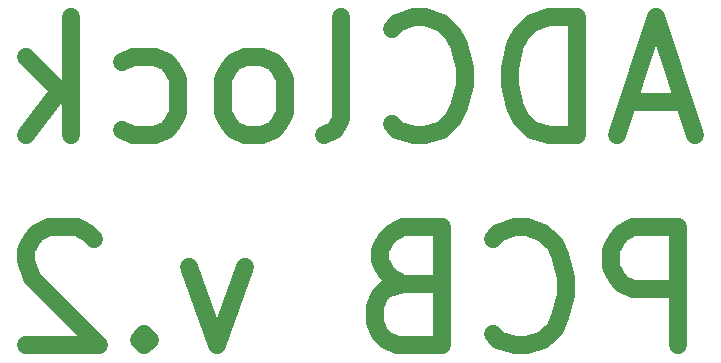
<source format=gbr>
G04 #@! TF.GenerationSoftware,KiCad,Pcbnew,(5.1.2)-1*
G04 #@! TF.CreationDate,2019-05-22T15:10:38+02:00*
G04 #@! TF.ProjectId,ADClock1,4144436c-6f63-46b3-912e-6b696361645f,rev?*
G04 #@! TF.SameCoordinates,Original*
G04 #@! TF.FileFunction,Legend,Bot*
G04 #@! TF.FilePolarity,Positive*
%FSLAX46Y46*%
G04 Gerber Fmt 4.6, Leading zero omitted, Abs format (unit mm)*
G04 Created by KiCad (PCBNEW (5.1.2)-1) date 2019-05-22 15:10:38*
%MOMM*%
%LPD*%
G04 APERTURE LIST*
%ADD10C,1.500000*%
G04 APERTURE END LIST*
D10*
X113740952Y-57863809D02*
X113740952Y-47863809D01*
X109931428Y-47863809D01*
X108979047Y-48340000D01*
X108502857Y-48816190D01*
X108026666Y-49768571D01*
X108026666Y-51197142D01*
X108502857Y-52149523D01*
X108979047Y-52625714D01*
X109931428Y-53101904D01*
X113740952Y-53101904D01*
X98026666Y-56911428D02*
X98502857Y-57387619D01*
X99931428Y-57863809D01*
X100883809Y-57863809D01*
X102312380Y-57387619D01*
X103264761Y-56435238D01*
X103740952Y-55482857D01*
X104217142Y-53578095D01*
X104217142Y-52149523D01*
X103740952Y-50244761D01*
X103264761Y-49292380D01*
X102312380Y-48340000D01*
X100883809Y-47863809D01*
X99931428Y-47863809D01*
X98502857Y-48340000D01*
X98026666Y-48816190D01*
X90407619Y-52625714D02*
X88979047Y-53101904D01*
X88502857Y-53578095D01*
X88026666Y-54530476D01*
X88026666Y-55959047D01*
X88502857Y-56911428D01*
X88979047Y-57387619D01*
X89931428Y-57863809D01*
X93740952Y-57863809D01*
X93740952Y-47863809D01*
X90407619Y-47863809D01*
X89455238Y-48340000D01*
X88979047Y-48816190D01*
X88502857Y-49768571D01*
X88502857Y-50720952D01*
X88979047Y-51673333D01*
X89455238Y-52149523D01*
X90407619Y-52625714D01*
X93740952Y-52625714D01*
X77074285Y-51197142D02*
X74693333Y-57863809D01*
X72312380Y-51197142D01*
X68502857Y-56911428D02*
X68026666Y-57387619D01*
X68502857Y-57863809D01*
X68979047Y-57387619D01*
X68502857Y-56911428D01*
X68502857Y-57863809D01*
X64217142Y-48816190D02*
X63740952Y-48340000D01*
X62788571Y-47863809D01*
X60407619Y-47863809D01*
X59455238Y-48340000D01*
X58979047Y-48816190D01*
X58502857Y-49768571D01*
X58502857Y-50720952D01*
X58979047Y-52149523D01*
X64693333Y-57863809D01*
X58502857Y-57863809D01*
X114217142Y-37226666D02*
X109455238Y-37226666D01*
X115169523Y-40083809D02*
X111836190Y-30083809D01*
X108502857Y-40083809D01*
X105169523Y-40083809D02*
X105169523Y-30083809D01*
X102788571Y-30083809D01*
X101360000Y-30560000D01*
X100407619Y-31512380D01*
X99931428Y-32464761D01*
X99455238Y-34369523D01*
X99455238Y-35798095D01*
X99931428Y-37702857D01*
X100407619Y-38655238D01*
X101360000Y-39607619D01*
X102788571Y-40083809D01*
X105169523Y-40083809D01*
X89455238Y-39131428D02*
X89931428Y-39607619D01*
X91360000Y-40083809D01*
X92312380Y-40083809D01*
X93740952Y-39607619D01*
X94693333Y-38655238D01*
X95169523Y-37702857D01*
X95645714Y-35798095D01*
X95645714Y-34369523D01*
X95169523Y-32464761D01*
X94693333Y-31512380D01*
X93740952Y-30560000D01*
X92312380Y-30083809D01*
X91360000Y-30083809D01*
X89931428Y-30560000D01*
X89455238Y-31036190D01*
X83740952Y-40083809D02*
X84693333Y-39607619D01*
X85169523Y-38655238D01*
X85169523Y-30083809D01*
X78502857Y-40083809D02*
X79455238Y-39607619D01*
X79931428Y-39131428D01*
X80407619Y-38179047D01*
X80407619Y-35321904D01*
X79931428Y-34369523D01*
X79455238Y-33893333D01*
X78502857Y-33417142D01*
X77074285Y-33417142D01*
X76121904Y-33893333D01*
X75645714Y-34369523D01*
X75169523Y-35321904D01*
X75169523Y-38179047D01*
X75645714Y-39131428D01*
X76121904Y-39607619D01*
X77074285Y-40083809D01*
X78502857Y-40083809D01*
X66598095Y-39607619D02*
X67550476Y-40083809D01*
X69455238Y-40083809D01*
X70407619Y-39607619D01*
X70883809Y-39131428D01*
X71360000Y-38179047D01*
X71360000Y-35321904D01*
X70883809Y-34369523D01*
X70407619Y-33893333D01*
X69455238Y-33417142D01*
X67550476Y-33417142D01*
X66598095Y-33893333D01*
X62312380Y-40083809D02*
X62312380Y-30083809D01*
X61360000Y-36274285D02*
X58502857Y-40083809D01*
X58502857Y-33417142D02*
X62312380Y-37226666D01*
M02*

</source>
